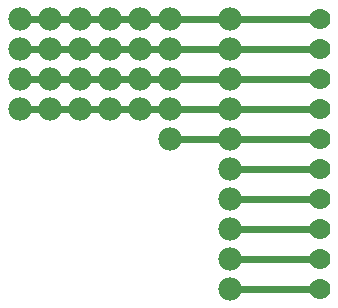
<source format=gtl>
G04 MADE WITH FRITZING*
G04 WWW.FRITZING.ORG*
G04 DOUBLE SIDED*
G04 HOLES PLATED*
G04 CONTOUR ON CENTER OF CONTOUR VECTOR*
%ASAXBY*%
%FSLAX23Y23*%
%MOIN*%
%OFA0B0*%
%SFA1.0B1.0*%
%ADD10C,0.070000*%
%ADD11C,0.078000*%
%ADD12C,0.024000*%
%LNCOPPER1*%
G90*
G70*
G54D10*
X1300Y230D03*
X1300Y330D03*
X1300Y430D03*
X1300Y530D03*
X1300Y630D03*
X1300Y730D03*
X1300Y830D03*
X1300Y930D03*
X1300Y1030D03*
X1300Y1130D03*
G54D11*
X1000Y1130D03*
X1000Y1030D03*
X1000Y930D03*
X1000Y830D03*
X1000Y730D03*
X1000Y630D03*
X1000Y530D03*
X1000Y430D03*
X1000Y330D03*
X1000Y230D03*
X800Y730D03*
X300Y1130D03*
X400Y1130D03*
X500Y1130D03*
X600Y1130D03*
X700Y1130D03*
X800Y1130D03*
X300Y1030D03*
X400Y1030D03*
X500Y1030D03*
X600Y1030D03*
X700Y1030D03*
X800Y1030D03*
X300Y930D03*
X400Y930D03*
X500Y930D03*
X600Y930D03*
X700Y930D03*
X800Y930D03*
X300Y830D03*
X400Y830D03*
X500Y830D03*
X600Y830D03*
X700Y830D03*
X800Y830D03*
G54D12*
X1030Y230D02*
X1269Y230D01*
D02*
X1030Y330D02*
X1269Y330D01*
D02*
X1030Y430D02*
X1269Y430D01*
D02*
X1030Y530D02*
X1269Y530D01*
D02*
X1030Y630D02*
X1269Y630D01*
D02*
X1030Y730D02*
X1269Y730D01*
D02*
X1030Y830D02*
X1269Y830D01*
D02*
X1030Y930D02*
X1269Y930D01*
D02*
X1030Y1130D02*
X1269Y1130D01*
D02*
X1030Y1030D02*
X1269Y1030D01*
D02*
X670Y830D02*
X630Y830D01*
D02*
X570Y830D02*
X530Y830D01*
D02*
X470Y830D02*
X430Y830D01*
D02*
X370Y830D02*
X330Y830D01*
D02*
X670Y930D02*
X630Y930D01*
D02*
X570Y930D02*
X530Y930D01*
D02*
X470Y930D02*
X430Y930D01*
D02*
X370Y930D02*
X330Y930D01*
D02*
X670Y1030D02*
X630Y1030D01*
D02*
X570Y1030D02*
X530Y1030D01*
D02*
X470Y1030D02*
X430Y1030D01*
D02*
X370Y1030D02*
X330Y1030D01*
D02*
X670Y1130D02*
X630Y1130D01*
D02*
X570Y1130D02*
X530Y1130D01*
D02*
X470Y1130D02*
X430Y1130D01*
D02*
X370Y1130D02*
X330Y1130D01*
D02*
X830Y730D02*
X970Y730D01*
D02*
X770Y1130D02*
X730Y1130D01*
D02*
X970Y1130D02*
X830Y1130D01*
D02*
X770Y1030D02*
X730Y1030D01*
D02*
X830Y1030D02*
X970Y1030D01*
D02*
X830Y930D02*
X970Y930D01*
D02*
X770Y930D02*
X730Y930D01*
D02*
X770Y830D02*
X730Y830D01*
D02*
X830Y830D02*
X970Y830D01*
G04 End of Copper1*
M02*
</source>
